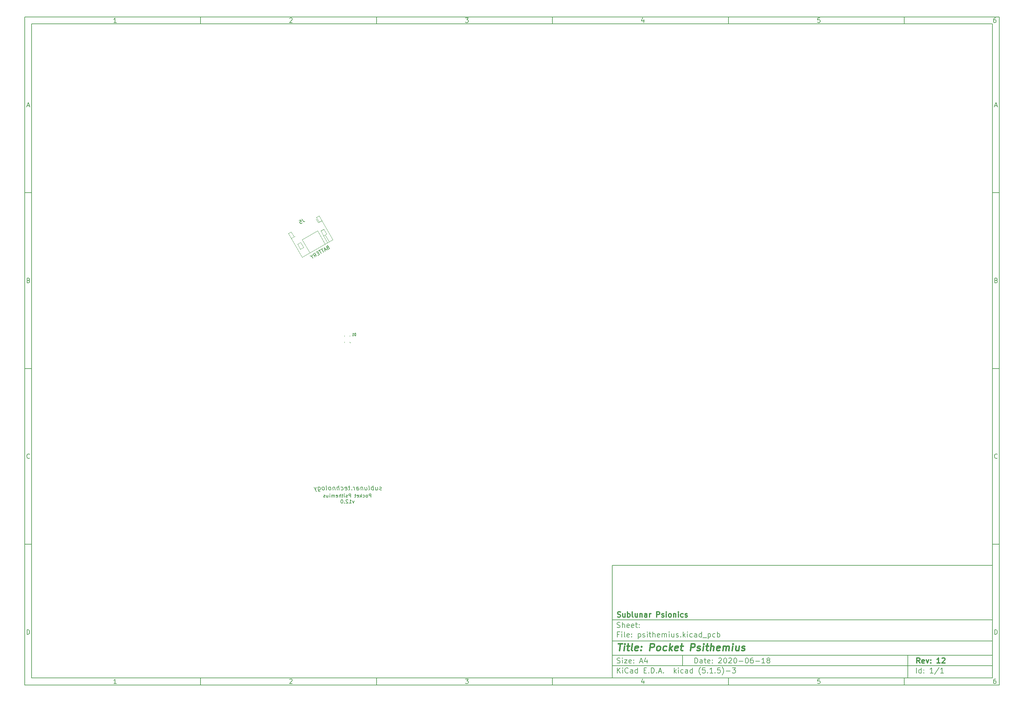
<source format=gbr>
G04 #@! TF.GenerationSoftware,KiCad,Pcbnew,(5.1.5)-3*
G04 #@! TF.CreationDate,2020-06-18T20:32:11+02:00*
G04 #@! TF.ProjectId,psithemius,70736974-6865-46d6-9975-732e6b696361,12*
G04 #@! TF.SameCoordinates,Original*
G04 #@! TF.FileFunction,Legend,Bot*
G04 #@! TF.FilePolarity,Positive*
%FSLAX46Y46*%
G04 Gerber Fmt 4.6, Leading zero omitted, Abs format (unit mm)*
G04 Created by KiCad (PCBNEW (5.1.5)-3) date 2020-06-18 20:32:11*
%MOMM*%
%LPD*%
G04 APERTURE LIST*
%ADD10C,0.100000*%
%ADD11C,0.150000*%
%ADD12C,0.300000*%
%ADD13C,0.400000*%
%ADD14C,0.200000*%
%ADD15C,0.170000*%
%ADD16C,0.120000*%
%ADD17C,0.127000*%
G04 APERTURE END LIST*
D10*
D11*
X177002200Y-166007200D02*
X177002200Y-198007200D01*
X285002200Y-198007200D01*
X285002200Y-166007200D01*
X177002200Y-166007200D01*
D10*
D11*
X10000000Y-10000000D02*
X10000000Y-200007200D01*
X287002200Y-200007200D01*
X287002200Y-10000000D01*
X10000000Y-10000000D01*
D10*
D11*
X12000000Y-12000000D02*
X12000000Y-198007200D01*
X285002200Y-198007200D01*
X285002200Y-12000000D01*
X12000000Y-12000000D01*
D10*
D11*
X60000000Y-12000000D02*
X60000000Y-10000000D01*
D10*
D11*
X110000000Y-12000000D02*
X110000000Y-10000000D01*
D10*
D11*
X160000000Y-12000000D02*
X160000000Y-10000000D01*
D10*
D11*
X210000000Y-12000000D02*
X210000000Y-10000000D01*
D10*
D11*
X260000000Y-12000000D02*
X260000000Y-10000000D01*
D10*
D11*
X36065476Y-11588095D02*
X35322619Y-11588095D01*
X35694047Y-11588095D02*
X35694047Y-10288095D01*
X35570238Y-10473809D01*
X35446428Y-10597619D01*
X35322619Y-10659523D01*
D10*
D11*
X85322619Y-10411904D02*
X85384523Y-10350000D01*
X85508333Y-10288095D01*
X85817857Y-10288095D01*
X85941666Y-10350000D01*
X86003571Y-10411904D01*
X86065476Y-10535714D01*
X86065476Y-10659523D01*
X86003571Y-10845238D01*
X85260714Y-11588095D01*
X86065476Y-11588095D01*
D10*
D11*
X135260714Y-10288095D02*
X136065476Y-10288095D01*
X135632142Y-10783333D01*
X135817857Y-10783333D01*
X135941666Y-10845238D01*
X136003571Y-10907142D01*
X136065476Y-11030952D01*
X136065476Y-11340476D01*
X136003571Y-11464285D01*
X135941666Y-11526190D01*
X135817857Y-11588095D01*
X135446428Y-11588095D01*
X135322619Y-11526190D01*
X135260714Y-11464285D01*
D10*
D11*
X185941666Y-10721428D02*
X185941666Y-11588095D01*
X185632142Y-10226190D02*
X185322619Y-11154761D01*
X186127380Y-11154761D01*
D10*
D11*
X236003571Y-10288095D02*
X235384523Y-10288095D01*
X235322619Y-10907142D01*
X235384523Y-10845238D01*
X235508333Y-10783333D01*
X235817857Y-10783333D01*
X235941666Y-10845238D01*
X236003571Y-10907142D01*
X236065476Y-11030952D01*
X236065476Y-11340476D01*
X236003571Y-11464285D01*
X235941666Y-11526190D01*
X235817857Y-11588095D01*
X235508333Y-11588095D01*
X235384523Y-11526190D01*
X235322619Y-11464285D01*
D10*
D11*
X285941666Y-10288095D02*
X285694047Y-10288095D01*
X285570238Y-10350000D01*
X285508333Y-10411904D01*
X285384523Y-10597619D01*
X285322619Y-10845238D01*
X285322619Y-11340476D01*
X285384523Y-11464285D01*
X285446428Y-11526190D01*
X285570238Y-11588095D01*
X285817857Y-11588095D01*
X285941666Y-11526190D01*
X286003571Y-11464285D01*
X286065476Y-11340476D01*
X286065476Y-11030952D01*
X286003571Y-10907142D01*
X285941666Y-10845238D01*
X285817857Y-10783333D01*
X285570238Y-10783333D01*
X285446428Y-10845238D01*
X285384523Y-10907142D01*
X285322619Y-11030952D01*
D10*
D11*
X60000000Y-198007200D02*
X60000000Y-200007200D01*
D10*
D11*
X110000000Y-198007200D02*
X110000000Y-200007200D01*
D10*
D11*
X160000000Y-198007200D02*
X160000000Y-200007200D01*
D10*
D11*
X210000000Y-198007200D02*
X210000000Y-200007200D01*
D10*
D11*
X260000000Y-198007200D02*
X260000000Y-200007200D01*
D10*
D11*
X36065476Y-199595295D02*
X35322619Y-199595295D01*
X35694047Y-199595295D02*
X35694047Y-198295295D01*
X35570238Y-198481009D01*
X35446428Y-198604819D01*
X35322619Y-198666723D01*
D10*
D11*
X85322619Y-198419104D02*
X85384523Y-198357200D01*
X85508333Y-198295295D01*
X85817857Y-198295295D01*
X85941666Y-198357200D01*
X86003571Y-198419104D01*
X86065476Y-198542914D01*
X86065476Y-198666723D01*
X86003571Y-198852438D01*
X85260714Y-199595295D01*
X86065476Y-199595295D01*
D10*
D11*
X135260714Y-198295295D02*
X136065476Y-198295295D01*
X135632142Y-198790533D01*
X135817857Y-198790533D01*
X135941666Y-198852438D01*
X136003571Y-198914342D01*
X136065476Y-199038152D01*
X136065476Y-199347676D01*
X136003571Y-199471485D01*
X135941666Y-199533390D01*
X135817857Y-199595295D01*
X135446428Y-199595295D01*
X135322619Y-199533390D01*
X135260714Y-199471485D01*
D10*
D11*
X185941666Y-198728628D02*
X185941666Y-199595295D01*
X185632142Y-198233390D02*
X185322619Y-199161961D01*
X186127380Y-199161961D01*
D10*
D11*
X236003571Y-198295295D02*
X235384523Y-198295295D01*
X235322619Y-198914342D01*
X235384523Y-198852438D01*
X235508333Y-198790533D01*
X235817857Y-198790533D01*
X235941666Y-198852438D01*
X236003571Y-198914342D01*
X236065476Y-199038152D01*
X236065476Y-199347676D01*
X236003571Y-199471485D01*
X235941666Y-199533390D01*
X235817857Y-199595295D01*
X235508333Y-199595295D01*
X235384523Y-199533390D01*
X235322619Y-199471485D01*
D10*
D11*
X285941666Y-198295295D02*
X285694047Y-198295295D01*
X285570238Y-198357200D01*
X285508333Y-198419104D01*
X285384523Y-198604819D01*
X285322619Y-198852438D01*
X285322619Y-199347676D01*
X285384523Y-199471485D01*
X285446428Y-199533390D01*
X285570238Y-199595295D01*
X285817857Y-199595295D01*
X285941666Y-199533390D01*
X286003571Y-199471485D01*
X286065476Y-199347676D01*
X286065476Y-199038152D01*
X286003571Y-198914342D01*
X285941666Y-198852438D01*
X285817857Y-198790533D01*
X285570238Y-198790533D01*
X285446428Y-198852438D01*
X285384523Y-198914342D01*
X285322619Y-199038152D01*
D10*
D11*
X10000000Y-60000000D02*
X12000000Y-60000000D01*
D10*
D11*
X10000000Y-110000000D02*
X12000000Y-110000000D01*
D10*
D11*
X10000000Y-160000000D02*
X12000000Y-160000000D01*
D10*
D11*
X10690476Y-35216666D02*
X11309523Y-35216666D01*
X10566666Y-35588095D02*
X11000000Y-34288095D01*
X11433333Y-35588095D01*
D10*
D11*
X11092857Y-84907142D02*
X11278571Y-84969047D01*
X11340476Y-85030952D01*
X11402380Y-85154761D01*
X11402380Y-85340476D01*
X11340476Y-85464285D01*
X11278571Y-85526190D01*
X11154761Y-85588095D01*
X10659523Y-85588095D01*
X10659523Y-84288095D01*
X11092857Y-84288095D01*
X11216666Y-84350000D01*
X11278571Y-84411904D01*
X11340476Y-84535714D01*
X11340476Y-84659523D01*
X11278571Y-84783333D01*
X11216666Y-84845238D01*
X11092857Y-84907142D01*
X10659523Y-84907142D01*
D10*
D11*
X11402380Y-135464285D02*
X11340476Y-135526190D01*
X11154761Y-135588095D01*
X11030952Y-135588095D01*
X10845238Y-135526190D01*
X10721428Y-135402380D01*
X10659523Y-135278571D01*
X10597619Y-135030952D01*
X10597619Y-134845238D01*
X10659523Y-134597619D01*
X10721428Y-134473809D01*
X10845238Y-134350000D01*
X11030952Y-134288095D01*
X11154761Y-134288095D01*
X11340476Y-134350000D01*
X11402380Y-134411904D01*
D10*
D11*
X10659523Y-185588095D02*
X10659523Y-184288095D01*
X10969047Y-184288095D01*
X11154761Y-184350000D01*
X11278571Y-184473809D01*
X11340476Y-184597619D01*
X11402380Y-184845238D01*
X11402380Y-185030952D01*
X11340476Y-185278571D01*
X11278571Y-185402380D01*
X11154761Y-185526190D01*
X10969047Y-185588095D01*
X10659523Y-185588095D01*
D10*
D11*
X287002200Y-60000000D02*
X285002200Y-60000000D01*
D10*
D11*
X287002200Y-110000000D02*
X285002200Y-110000000D01*
D10*
D11*
X287002200Y-160000000D02*
X285002200Y-160000000D01*
D10*
D11*
X285692676Y-35216666D02*
X286311723Y-35216666D01*
X285568866Y-35588095D02*
X286002200Y-34288095D01*
X286435533Y-35588095D01*
D10*
D11*
X286095057Y-84907142D02*
X286280771Y-84969047D01*
X286342676Y-85030952D01*
X286404580Y-85154761D01*
X286404580Y-85340476D01*
X286342676Y-85464285D01*
X286280771Y-85526190D01*
X286156961Y-85588095D01*
X285661723Y-85588095D01*
X285661723Y-84288095D01*
X286095057Y-84288095D01*
X286218866Y-84350000D01*
X286280771Y-84411904D01*
X286342676Y-84535714D01*
X286342676Y-84659523D01*
X286280771Y-84783333D01*
X286218866Y-84845238D01*
X286095057Y-84907142D01*
X285661723Y-84907142D01*
D10*
D11*
X286404580Y-135464285D02*
X286342676Y-135526190D01*
X286156961Y-135588095D01*
X286033152Y-135588095D01*
X285847438Y-135526190D01*
X285723628Y-135402380D01*
X285661723Y-135278571D01*
X285599819Y-135030952D01*
X285599819Y-134845238D01*
X285661723Y-134597619D01*
X285723628Y-134473809D01*
X285847438Y-134350000D01*
X286033152Y-134288095D01*
X286156961Y-134288095D01*
X286342676Y-134350000D01*
X286404580Y-134411904D01*
D10*
D11*
X285661723Y-185588095D02*
X285661723Y-184288095D01*
X285971247Y-184288095D01*
X286156961Y-184350000D01*
X286280771Y-184473809D01*
X286342676Y-184597619D01*
X286404580Y-184845238D01*
X286404580Y-185030952D01*
X286342676Y-185278571D01*
X286280771Y-185402380D01*
X286156961Y-185526190D01*
X285971247Y-185588095D01*
X285661723Y-185588095D01*
D10*
D11*
X200434342Y-193785771D02*
X200434342Y-192285771D01*
X200791485Y-192285771D01*
X201005771Y-192357200D01*
X201148628Y-192500057D01*
X201220057Y-192642914D01*
X201291485Y-192928628D01*
X201291485Y-193142914D01*
X201220057Y-193428628D01*
X201148628Y-193571485D01*
X201005771Y-193714342D01*
X200791485Y-193785771D01*
X200434342Y-193785771D01*
X202577200Y-193785771D02*
X202577200Y-193000057D01*
X202505771Y-192857200D01*
X202362914Y-192785771D01*
X202077200Y-192785771D01*
X201934342Y-192857200D01*
X202577200Y-193714342D02*
X202434342Y-193785771D01*
X202077200Y-193785771D01*
X201934342Y-193714342D01*
X201862914Y-193571485D01*
X201862914Y-193428628D01*
X201934342Y-193285771D01*
X202077200Y-193214342D01*
X202434342Y-193214342D01*
X202577200Y-193142914D01*
X203077200Y-192785771D02*
X203648628Y-192785771D01*
X203291485Y-192285771D02*
X203291485Y-193571485D01*
X203362914Y-193714342D01*
X203505771Y-193785771D01*
X203648628Y-193785771D01*
X204720057Y-193714342D02*
X204577200Y-193785771D01*
X204291485Y-193785771D01*
X204148628Y-193714342D01*
X204077200Y-193571485D01*
X204077200Y-193000057D01*
X204148628Y-192857200D01*
X204291485Y-192785771D01*
X204577200Y-192785771D01*
X204720057Y-192857200D01*
X204791485Y-193000057D01*
X204791485Y-193142914D01*
X204077200Y-193285771D01*
X205434342Y-193642914D02*
X205505771Y-193714342D01*
X205434342Y-193785771D01*
X205362914Y-193714342D01*
X205434342Y-193642914D01*
X205434342Y-193785771D01*
X205434342Y-192857200D02*
X205505771Y-192928628D01*
X205434342Y-193000057D01*
X205362914Y-192928628D01*
X205434342Y-192857200D01*
X205434342Y-193000057D01*
X207220057Y-192428628D02*
X207291485Y-192357200D01*
X207434342Y-192285771D01*
X207791485Y-192285771D01*
X207934342Y-192357200D01*
X208005771Y-192428628D01*
X208077200Y-192571485D01*
X208077200Y-192714342D01*
X208005771Y-192928628D01*
X207148628Y-193785771D01*
X208077200Y-193785771D01*
X209005771Y-192285771D02*
X209148628Y-192285771D01*
X209291485Y-192357200D01*
X209362914Y-192428628D01*
X209434342Y-192571485D01*
X209505771Y-192857200D01*
X209505771Y-193214342D01*
X209434342Y-193500057D01*
X209362914Y-193642914D01*
X209291485Y-193714342D01*
X209148628Y-193785771D01*
X209005771Y-193785771D01*
X208862914Y-193714342D01*
X208791485Y-193642914D01*
X208720057Y-193500057D01*
X208648628Y-193214342D01*
X208648628Y-192857200D01*
X208720057Y-192571485D01*
X208791485Y-192428628D01*
X208862914Y-192357200D01*
X209005771Y-192285771D01*
X210077200Y-192428628D02*
X210148628Y-192357200D01*
X210291485Y-192285771D01*
X210648628Y-192285771D01*
X210791485Y-192357200D01*
X210862914Y-192428628D01*
X210934342Y-192571485D01*
X210934342Y-192714342D01*
X210862914Y-192928628D01*
X210005771Y-193785771D01*
X210934342Y-193785771D01*
X211862914Y-192285771D02*
X212005771Y-192285771D01*
X212148628Y-192357200D01*
X212220057Y-192428628D01*
X212291485Y-192571485D01*
X212362914Y-192857200D01*
X212362914Y-193214342D01*
X212291485Y-193500057D01*
X212220057Y-193642914D01*
X212148628Y-193714342D01*
X212005771Y-193785771D01*
X211862914Y-193785771D01*
X211720057Y-193714342D01*
X211648628Y-193642914D01*
X211577200Y-193500057D01*
X211505771Y-193214342D01*
X211505771Y-192857200D01*
X211577200Y-192571485D01*
X211648628Y-192428628D01*
X211720057Y-192357200D01*
X211862914Y-192285771D01*
X213005771Y-193214342D02*
X214148628Y-193214342D01*
X215148628Y-192285771D02*
X215291485Y-192285771D01*
X215434342Y-192357200D01*
X215505771Y-192428628D01*
X215577200Y-192571485D01*
X215648628Y-192857200D01*
X215648628Y-193214342D01*
X215577200Y-193500057D01*
X215505771Y-193642914D01*
X215434342Y-193714342D01*
X215291485Y-193785771D01*
X215148628Y-193785771D01*
X215005771Y-193714342D01*
X214934342Y-193642914D01*
X214862914Y-193500057D01*
X214791485Y-193214342D01*
X214791485Y-192857200D01*
X214862914Y-192571485D01*
X214934342Y-192428628D01*
X215005771Y-192357200D01*
X215148628Y-192285771D01*
X216934342Y-192285771D02*
X216648628Y-192285771D01*
X216505771Y-192357200D01*
X216434342Y-192428628D01*
X216291485Y-192642914D01*
X216220057Y-192928628D01*
X216220057Y-193500057D01*
X216291485Y-193642914D01*
X216362914Y-193714342D01*
X216505771Y-193785771D01*
X216791485Y-193785771D01*
X216934342Y-193714342D01*
X217005771Y-193642914D01*
X217077200Y-193500057D01*
X217077200Y-193142914D01*
X217005771Y-193000057D01*
X216934342Y-192928628D01*
X216791485Y-192857200D01*
X216505771Y-192857200D01*
X216362914Y-192928628D01*
X216291485Y-193000057D01*
X216220057Y-193142914D01*
X217720057Y-193214342D02*
X218862914Y-193214342D01*
X220362914Y-193785771D02*
X219505771Y-193785771D01*
X219934342Y-193785771D02*
X219934342Y-192285771D01*
X219791485Y-192500057D01*
X219648628Y-192642914D01*
X219505771Y-192714342D01*
X221220057Y-192928628D02*
X221077200Y-192857200D01*
X221005771Y-192785771D01*
X220934342Y-192642914D01*
X220934342Y-192571485D01*
X221005771Y-192428628D01*
X221077200Y-192357200D01*
X221220057Y-192285771D01*
X221505771Y-192285771D01*
X221648628Y-192357200D01*
X221720057Y-192428628D01*
X221791485Y-192571485D01*
X221791485Y-192642914D01*
X221720057Y-192785771D01*
X221648628Y-192857200D01*
X221505771Y-192928628D01*
X221220057Y-192928628D01*
X221077200Y-193000057D01*
X221005771Y-193071485D01*
X220934342Y-193214342D01*
X220934342Y-193500057D01*
X221005771Y-193642914D01*
X221077200Y-193714342D01*
X221220057Y-193785771D01*
X221505771Y-193785771D01*
X221648628Y-193714342D01*
X221720057Y-193642914D01*
X221791485Y-193500057D01*
X221791485Y-193214342D01*
X221720057Y-193071485D01*
X221648628Y-193000057D01*
X221505771Y-192928628D01*
D10*
D11*
X177002200Y-194507200D02*
X285002200Y-194507200D01*
D10*
D11*
X178434342Y-196585771D02*
X178434342Y-195085771D01*
X179291485Y-196585771D02*
X178648628Y-195728628D01*
X179291485Y-195085771D02*
X178434342Y-195942914D01*
X179934342Y-196585771D02*
X179934342Y-195585771D01*
X179934342Y-195085771D02*
X179862914Y-195157200D01*
X179934342Y-195228628D01*
X180005771Y-195157200D01*
X179934342Y-195085771D01*
X179934342Y-195228628D01*
X181505771Y-196442914D02*
X181434342Y-196514342D01*
X181220057Y-196585771D01*
X181077200Y-196585771D01*
X180862914Y-196514342D01*
X180720057Y-196371485D01*
X180648628Y-196228628D01*
X180577200Y-195942914D01*
X180577200Y-195728628D01*
X180648628Y-195442914D01*
X180720057Y-195300057D01*
X180862914Y-195157200D01*
X181077200Y-195085771D01*
X181220057Y-195085771D01*
X181434342Y-195157200D01*
X181505771Y-195228628D01*
X182791485Y-196585771D02*
X182791485Y-195800057D01*
X182720057Y-195657200D01*
X182577200Y-195585771D01*
X182291485Y-195585771D01*
X182148628Y-195657200D01*
X182791485Y-196514342D02*
X182648628Y-196585771D01*
X182291485Y-196585771D01*
X182148628Y-196514342D01*
X182077200Y-196371485D01*
X182077200Y-196228628D01*
X182148628Y-196085771D01*
X182291485Y-196014342D01*
X182648628Y-196014342D01*
X182791485Y-195942914D01*
X184148628Y-196585771D02*
X184148628Y-195085771D01*
X184148628Y-196514342D02*
X184005771Y-196585771D01*
X183720057Y-196585771D01*
X183577200Y-196514342D01*
X183505771Y-196442914D01*
X183434342Y-196300057D01*
X183434342Y-195871485D01*
X183505771Y-195728628D01*
X183577200Y-195657200D01*
X183720057Y-195585771D01*
X184005771Y-195585771D01*
X184148628Y-195657200D01*
X186005771Y-195800057D02*
X186505771Y-195800057D01*
X186720057Y-196585771D02*
X186005771Y-196585771D01*
X186005771Y-195085771D01*
X186720057Y-195085771D01*
X187362914Y-196442914D02*
X187434342Y-196514342D01*
X187362914Y-196585771D01*
X187291485Y-196514342D01*
X187362914Y-196442914D01*
X187362914Y-196585771D01*
X188077200Y-196585771D02*
X188077200Y-195085771D01*
X188434342Y-195085771D01*
X188648628Y-195157200D01*
X188791485Y-195300057D01*
X188862914Y-195442914D01*
X188934342Y-195728628D01*
X188934342Y-195942914D01*
X188862914Y-196228628D01*
X188791485Y-196371485D01*
X188648628Y-196514342D01*
X188434342Y-196585771D01*
X188077200Y-196585771D01*
X189577200Y-196442914D02*
X189648628Y-196514342D01*
X189577200Y-196585771D01*
X189505771Y-196514342D01*
X189577200Y-196442914D01*
X189577200Y-196585771D01*
X190220057Y-196157200D02*
X190934342Y-196157200D01*
X190077200Y-196585771D02*
X190577200Y-195085771D01*
X191077200Y-196585771D01*
X191577200Y-196442914D02*
X191648628Y-196514342D01*
X191577200Y-196585771D01*
X191505771Y-196514342D01*
X191577200Y-196442914D01*
X191577200Y-196585771D01*
X194577200Y-196585771D02*
X194577200Y-195085771D01*
X194720057Y-196014342D02*
X195148628Y-196585771D01*
X195148628Y-195585771D02*
X194577200Y-196157200D01*
X195791485Y-196585771D02*
X195791485Y-195585771D01*
X195791485Y-195085771D02*
X195720057Y-195157200D01*
X195791485Y-195228628D01*
X195862914Y-195157200D01*
X195791485Y-195085771D01*
X195791485Y-195228628D01*
X197148628Y-196514342D02*
X197005771Y-196585771D01*
X196720057Y-196585771D01*
X196577200Y-196514342D01*
X196505771Y-196442914D01*
X196434342Y-196300057D01*
X196434342Y-195871485D01*
X196505771Y-195728628D01*
X196577200Y-195657200D01*
X196720057Y-195585771D01*
X197005771Y-195585771D01*
X197148628Y-195657200D01*
X198434342Y-196585771D02*
X198434342Y-195800057D01*
X198362914Y-195657200D01*
X198220057Y-195585771D01*
X197934342Y-195585771D01*
X197791485Y-195657200D01*
X198434342Y-196514342D02*
X198291485Y-196585771D01*
X197934342Y-196585771D01*
X197791485Y-196514342D01*
X197720057Y-196371485D01*
X197720057Y-196228628D01*
X197791485Y-196085771D01*
X197934342Y-196014342D01*
X198291485Y-196014342D01*
X198434342Y-195942914D01*
X199791485Y-196585771D02*
X199791485Y-195085771D01*
X199791485Y-196514342D02*
X199648628Y-196585771D01*
X199362914Y-196585771D01*
X199220057Y-196514342D01*
X199148628Y-196442914D01*
X199077200Y-196300057D01*
X199077200Y-195871485D01*
X199148628Y-195728628D01*
X199220057Y-195657200D01*
X199362914Y-195585771D01*
X199648628Y-195585771D01*
X199791485Y-195657200D01*
X202077200Y-197157200D02*
X202005771Y-197085771D01*
X201862914Y-196871485D01*
X201791485Y-196728628D01*
X201720057Y-196514342D01*
X201648628Y-196157200D01*
X201648628Y-195871485D01*
X201720057Y-195514342D01*
X201791485Y-195300057D01*
X201862914Y-195157200D01*
X202005771Y-194942914D01*
X202077200Y-194871485D01*
X203362914Y-195085771D02*
X202648628Y-195085771D01*
X202577200Y-195800057D01*
X202648628Y-195728628D01*
X202791485Y-195657200D01*
X203148628Y-195657200D01*
X203291485Y-195728628D01*
X203362914Y-195800057D01*
X203434342Y-195942914D01*
X203434342Y-196300057D01*
X203362914Y-196442914D01*
X203291485Y-196514342D01*
X203148628Y-196585771D01*
X202791485Y-196585771D01*
X202648628Y-196514342D01*
X202577200Y-196442914D01*
X204077200Y-196442914D02*
X204148628Y-196514342D01*
X204077200Y-196585771D01*
X204005771Y-196514342D01*
X204077200Y-196442914D01*
X204077200Y-196585771D01*
X205577200Y-196585771D02*
X204720057Y-196585771D01*
X205148628Y-196585771D02*
X205148628Y-195085771D01*
X205005771Y-195300057D01*
X204862914Y-195442914D01*
X204720057Y-195514342D01*
X206220057Y-196442914D02*
X206291485Y-196514342D01*
X206220057Y-196585771D01*
X206148628Y-196514342D01*
X206220057Y-196442914D01*
X206220057Y-196585771D01*
X207648628Y-195085771D02*
X206934342Y-195085771D01*
X206862914Y-195800057D01*
X206934342Y-195728628D01*
X207077200Y-195657200D01*
X207434342Y-195657200D01*
X207577200Y-195728628D01*
X207648628Y-195800057D01*
X207720057Y-195942914D01*
X207720057Y-196300057D01*
X207648628Y-196442914D01*
X207577200Y-196514342D01*
X207434342Y-196585771D01*
X207077200Y-196585771D01*
X206934342Y-196514342D01*
X206862914Y-196442914D01*
X208220057Y-197157200D02*
X208291485Y-197085771D01*
X208434342Y-196871485D01*
X208505771Y-196728628D01*
X208577200Y-196514342D01*
X208648628Y-196157200D01*
X208648628Y-195871485D01*
X208577200Y-195514342D01*
X208505771Y-195300057D01*
X208434342Y-195157200D01*
X208291485Y-194942914D01*
X208220057Y-194871485D01*
X209362914Y-196014342D02*
X210505771Y-196014342D01*
X211077200Y-195085771D02*
X212005771Y-195085771D01*
X211505771Y-195657200D01*
X211720057Y-195657200D01*
X211862914Y-195728628D01*
X211934342Y-195800057D01*
X212005771Y-195942914D01*
X212005771Y-196300057D01*
X211934342Y-196442914D01*
X211862914Y-196514342D01*
X211720057Y-196585771D01*
X211291485Y-196585771D01*
X211148628Y-196514342D01*
X211077200Y-196442914D01*
D10*
D11*
X177002200Y-191507200D02*
X285002200Y-191507200D01*
D10*
D12*
X264411485Y-193785771D02*
X263911485Y-193071485D01*
X263554342Y-193785771D02*
X263554342Y-192285771D01*
X264125771Y-192285771D01*
X264268628Y-192357200D01*
X264340057Y-192428628D01*
X264411485Y-192571485D01*
X264411485Y-192785771D01*
X264340057Y-192928628D01*
X264268628Y-193000057D01*
X264125771Y-193071485D01*
X263554342Y-193071485D01*
X265625771Y-193714342D02*
X265482914Y-193785771D01*
X265197200Y-193785771D01*
X265054342Y-193714342D01*
X264982914Y-193571485D01*
X264982914Y-193000057D01*
X265054342Y-192857200D01*
X265197200Y-192785771D01*
X265482914Y-192785771D01*
X265625771Y-192857200D01*
X265697200Y-193000057D01*
X265697200Y-193142914D01*
X264982914Y-193285771D01*
X266197200Y-192785771D02*
X266554342Y-193785771D01*
X266911485Y-192785771D01*
X267482914Y-193642914D02*
X267554342Y-193714342D01*
X267482914Y-193785771D01*
X267411485Y-193714342D01*
X267482914Y-193642914D01*
X267482914Y-193785771D01*
X267482914Y-192857200D02*
X267554342Y-192928628D01*
X267482914Y-193000057D01*
X267411485Y-192928628D01*
X267482914Y-192857200D01*
X267482914Y-193000057D01*
X270125771Y-193785771D02*
X269268628Y-193785771D01*
X269697200Y-193785771D02*
X269697200Y-192285771D01*
X269554342Y-192500057D01*
X269411485Y-192642914D01*
X269268628Y-192714342D01*
X270697200Y-192428628D02*
X270768628Y-192357200D01*
X270911485Y-192285771D01*
X271268628Y-192285771D01*
X271411485Y-192357200D01*
X271482914Y-192428628D01*
X271554342Y-192571485D01*
X271554342Y-192714342D01*
X271482914Y-192928628D01*
X270625771Y-193785771D01*
X271554342Y-193785771D01*
D10*
D11*
X178362914Y-193714342D02*
X178577200Y-193785771D01*
X178934342Y-193785771D01*
X179077200Y-193714342D01*
X179148628Y-193642914D01*
X179220057Y-193500057D01*
X179220057Y-193357200D01*
X179148628Y-193214342D01*
X179077200Y-193142914D01*
X178934342Y-193071485D01*
X178648628Y-193000057D01*
X178505771Y-192928628D01*
X178434342Y-192857200D01*
X178362914Y-192714342D01*
X178362914Y-192571485D01*
X178434342Y-192428628D01*
X178505771Y-192357200D01*
X178648628Y-192285771D01*
X179005771Y-192285771D01*
X179220057Y-192357200D01*
X179862914Y-193785771D02*
X179862914Y-192785771D01*
X179862914Y-192285771D02*
X179791485Y-192357200D01*
X179862914Y-192428628D01*
X179934342Y-192357200D01*
X179862914Y-192285771D01*
X179862914Y-192428628D01*
X180434342Y-192785771D02*
X181220057Y-192785771D01*
X180434342Y-193785771D01*
X181220057Y-193785771D01*
X182362914Y-193714342D02*
X182220057Y-193785771D01*
X181934342Y-193785771D01*
X181791485Y-193714342D01*
X181720057Y-193571485D01*
X181720057Y-193000057D01*
X181791485Y-192857200D01*
X181934342Y-192785771D01*
X182220057Y-192785771D01*
X182362914Y-192857200D01*
X182434342Y-193000057D01*
X182434342Y-193142914D01*
X181720057Y-193285771D01*
X183077200Y-193642914D02*
X183148628Y-193714342D01*
X183077200Y-193785771D01*
X183005771Y-193714342D01*
X183077200Y-193642914D01*
X183077200Y-193785771D01*
X183077200Y-192857200D02*
X183148628Y-192928628D01*
X183077200Y-193000057D01*
X183005771Y-192928628D01*
X183077200Y-192857200D01*
X183077200Y-193000057D01*
X184862914Y-193357200D02*
X185577200Y-193357200D01*
X184720057Y-193785771D02*
X185220057Y-192285771D01*
X185720057Y-193785771D01*
X186862914Y-192785771D02*
X186862914Y-193785771D01*
X186505771Y-192214342D02*
X186148628Y-193285771D01*
X187077200Y-193285771D01*
D10*
D11*
X263434342Y-196585771D02*
X263434342Y-195085771D01*
X264791485Y-196585771D02*
X264791485Y-195085771D01*
X264791485Y-196514342D02*
X264648628Y-196585771D01*
X264362914Y-196585771D01*
X264220057Y-196514342D01*
X264148628Y-196442914D01*
X264077200Y-196300057D01*
X264077200Y-195871485D01*
X264148628Y-195728628D01*
X264220057Y-195657200D01*
X264362914Y-195585771D01*
X264648628Y-195585771D01*
X264791485Y-195657200D01*
X265505771Y-196442914D02*
X265577200Y-196514342D01*
X265505771Y-196585771D01*
X265434342Y-196514342D01*
X265505771Y-196442914D01*
X265505771Y-196585771D01*
X265505771Y-195657200D02*
X265577200Y-195728628D01*
X265505771Y-195800057D01*
X265434342Y-195728628D01*
X265505771Y-195657200D01*
X265505771Y-195800057D01*
X268148628Y-196585771D02*
X267291485Y-196585771D01*
X267720057Y-196585771D02*
X267720057Y-195085771D01*
X267577200Y-195300057D01*
X267434342Y-195442914D01*
X267291485Y-195514342D01*
X269862914Y-195014342D02*
X268577200Y-196942914D01*
X271148628Y-196585771D02*
X270291485Y-196585771D01*
X270720057Y-196585771D02*
X270720057Y-195085771D01*
X270577200Y-195300057D01*
X270434342Y-195442914D01*
X270291485Y-195514342D01*
D10*
D11*
X177002200Y-187507200D02*
X285002200Y-187507200D01*
D10*
D13*
X178714580Y-188211961D02*
X179857438Y-188211961D01*
X179036009Y-190211961D02*
X179286009Y-188211961D01*
X180274104Y-190211961D02*
X180440771Y-188878628D01*
X180524104Y-188211961D02*
X180416961Y-188307200D01*
X180500295Y-188402438D01*
X180607438Y-188307200D01*
X180524104Y-188211961D01*
X180500295Y-188402438D01*
X181107438Y-188878628D02*
X181869342Y-188878628D01*
X181476485Y-188211961D02*
X181262200Y-189926247D01*
X181333628Y-190116723D01*
X181512200Y-190211961D01*
X181702676Y-190211961D01*
X182655057Y-190211961D02*
X182476485Y-190116723D01*
X182405057Y-189926247D01*
X182619342Y-188211961D01*
X184190771Y-190116723D02*
X183988390Y-190211961D01*
X183607438Y-190211961D01*
X183428866Y-190116723D01*
X183357438Y-189926247D01*
X183452676Y-189164342D01*
X183571723Y-188973866D01*
X183774104Y-188878628D01*
X184155057Y-188878628D01*
X184333628Y-188973866D01*
X184405057Y-189164342D01*
X184381247Y-189354819D01*
X183405057Y-189545295D01*
X185155057Y-190021485D02*
X185238390Y-190116723D01*
X185131247Y-190211961D01*
X185047914Y-190116723D01*
X185155057Y-190021485D01*
X185131247Y-190211961D01*
X185286009Y-188973866D02*
X185369342Y-189069104D01*
X185262200Y-189164342D01*
X185178866Y-189069104D01*
X185286009Y-188973866D01*
X185262200Y-189164342D01*
X187607438Y-190211961D02*
X187857438Y-188211961D01*
X188619342Y-188211961D01*
X188797914Y-188307200D01*
X188881247Y-188402438D01*
X188952676Y-188592914D01*
X188916961Y-188878628D01*
X188797914Y-189069104D01*
X188690771Y-189164342D01*
X188488390Y-189259580D01*
X187726485Y-189259580D01*
X189893152Y-190211961D02*
X189714580Y-190116723D01*
X189631247Y-190021485D01*
X189559819Y-189831009D01*
X189631247Y-189259580D01*
X189750295Y-189069104D01*
X189857438Y-188973866D01*
X190059819Y-188878628D01*
X190345533Y-188878628D01*
X190524104Y-188973866D01*
X190607438Y-189069104D01*
X190678866Y-189259580D01*
X190607438Y-189831009D01*
X190488390Y-190021485D01*
X190381247Y-190116723D01*
X190178866Y-190211961D01*
X189893152Y-190211961D01*
X192286009Y-190116723D02*
X192083628Y-190211961D01*
X191702676Y-190211961D01*
X191524104Y-190116723D01*
X191440771Y-190021485D01*
X191369342Y-189831009D01*
X191440771Y-189259580D01*
X191559819Y-189069104D01*
X191666961Y-188973866D01*
X191869342Y-188878628D01*
X192250295Y-188878628D01*
X192428866Y-188973866D01*
X193131247Y-190211961D02*
X193381247Y-188211961D01*
X193416961Y-189450057D02*
X193893152Y-190211961D01*
X194059819Y-188878628D02*
X193202676Y-189640533D01*
X195524104Y-190116723D02*
X195321723Y-190211961D01*
X194940771Y-190211961D01*
X194762200Y-190116723D01*
X194690771Y-189926247D01*
X194786009Y-189164342D01*
X194905057Y-188973866D01*
X195107438Y-188878628D01*
X195488390Y-188878628D01*
X195666961Y-188973866D01*
X195738390Y-189164342D01*
X195714580Y-189354819D01*
X194738390Y-189545295D01*
X196345533Y-188878628D02*
X197107438Y-188878628D01*
X196714580Y-188211961D02*
X196500295Y-189926247D01*
X196571723Y-190116723D01*
X196750295Y-190211961D01*
X196940771Y-190211961D01*
X199131247Y-190211961D02*
X199381247Y-188211961D01*
X200143152Y-188211961D01*
X200321723Y-188307200D01*
X200405057Y-188402438D01*
X200476485Y-188592914D01*
X200440771Y-188878628D01*
X200321723Y-189069104D01*
X200214580Y-189164342D01*
X200012200Y-189259580D01*
X199250295Y-189259580D01*
X201047914Y-190116723D02*
X201226485Y-190211961D01*
X201607438Y-190211961D01*
X201809819Y-190116723D01*
X201928866Y-189926247D01*
X201940771Y-189831009D01*
X201869342Y-189640533D01*
X201690771Y-189545295D01*
X201405057Y-189545295D01*
X201226485Y-189450057D01*
X201155057Y-189259580D01*
X201166961Y-189164342D01*
X201286009Y-188973866D01*
X201488390Y-188878628D01*
X201774104Y-188878628D01*
X201952676Y-188973866D01*
X202750295Y-190211961D02*
X202916961Y-188878628D01*
X203000295Y-188211961D02*
X202893152Y-188307200D01*
X202976485Y-188402438D01*
X203083628Y-188307200D01*
X203000295Y-188211961D01*
X202976485Y-188402438D01*
X203583628Y-188878628D02*
X204345533Y-188878628D01*
X203952676Y-188211961D02*
X203738390Y-189926247D01*
X203809819Y-190116723D01*
X203988390Y-190211961D01*
X204178866Y-190211961D01*
X204845533Y-190211961D02*
X205095533Y-188211961D01*
X205702676Y-190211961D02*
X205833628Y-189164342D01*
X205762200Y-188973866D01*
X205583628Y-188878628D01*
X205297914Y-188878628D01*
X205095533Y-188973866D01*
X204988390Y-189069104D01*
X207428866Y-190116723D02*
X207226485Y-190211961D01*
X206845533Y-190211961D01*
X206666961Y-190116723D01*
X206595533Y-189926247D01*
X206690771Y-189164342D01*
X206809819Y-188973866D01*
X207012200Y-188878628D01*
X207393152Y-188878628D01*
X207571723Y-188973866D01*
X207643152Y-189164342D01*
X207619342Y-189354819D01*
X206643152Y-189545295D01*
X208369342Y-190211961D02*
X208536009Y-188878628D01*
X208512200Y-189069104D02*
X208619342Y-188973866D01*
X208821723Y-188878628D01*
X209107438Y-188878628D01*
X209286009Y-188973866D01*
X209357438Y-189164342D01*
X209226485Y-190211961D01*
X209357438Y-189164342D02*
X209476485Y-188973866D01*
X209678866Y-188878628D01*
X209964580Y-188878628D01*
X210143152Y-188973866D01*
X210214580Y-189164342D01*
X210083628Y-190211961D01*
X211036009Y-190211961D02*
X211202676Y-188878628D01*
X211286009Y-188211961D02*
X211178866Y-188307200D01*
X211262200Y-188402438D01*
X211369342Y-188307200D01*
X211286009Y-188211961D01*
X211262200Y-188402438D01*
X213012200Y-188878628D02*
X212845533Y-190211961D01*
X212155057Y-188878628D02*
X212024104Y-189926247D01*
X212095533Y-190116723D01*
X212274104Y-190211961D01*
X212559819Y-190211961D01*
X212762200Y-190116723D01*
X212869342Y-190021485D01*
X213714580Y-190116723D02*
X213893152Y-190211961D01*
X214274104Y-190211961D01*
X214476485Y-190116723D01*
X214595533Y-189926247D01*
X214607438Y-189831009D01*
X214536009Y-189640533D01*
X214357438Y-189545295D01*
X214071723Y-189545295D01*
X213893152Y-189450057D01*
X213821723Y-189259580D01*
X213833628Y-189164342D01*
X213952676Y-188973866D01*
X214155057Y-188878628D01*
X214440771Y-188878628D01*
X214619342Y-188973866D01*
D10*
D11*
X178934342Y-185600057D02*
X178434342Y-185600057D01*
X178434342Y-186385771D02*
X178434342Y-184885771D01*
X179148628Y-184885771D01*
X179720057Y-186385771D02*
X179720057Y-185385771D01*
X179720057Y-184885771D02*
X179648628Y-184957200D01*
X179720057Y-185028628D01*
X179791485Y-184957200D01*
X179720057Y-184885771D01*
X179720057Y-185028628D01*
X180648628Y-186385771D02*
X180505771Y-186314342D01*
X180434342Y-186171485D01*
X180434342Y-184885771D01*
X181791485Y-186314342D02*
X181648628Y-186385771D01*
X181362914Y-186385771D01*
X181220057Y-186314342D01*
X181148628Y-186171485D01*
X181148628Y-185600057D01*
X181220057Y-185457200D01*
X181362914Y-185385771D01*
X181648628Y-185385771D01*
X181791485Y-185457200D01*
X181862914Y-185600057D01*
X181862914Y-185742914D01*
X181148628Y-185885771D01*
X182505771Y-186242914D02*
X182577200Y-186314342D01*
X182505771Y-186385771D01*
X182434342Y-186314342D01*
X182505771Y-186242914D01*
X182505771Y-186385771D01*
X182505771Y-185457200D02*
X182577200Y-185528628D01*
X182505771Y-185600057D01*
X182434342Y-185528628D01*
X182505771Y-185457200D01*
X182505771Y-185600057D01*
X184362914Y-185385771D02*
X184362914Y-186885771D01*
X184362914Y-185457200D02*
X184505771Y-185385771D01*
X184791485Y-185385771D01*
X184934342Y-185457200D01*
X185005771Y-185528628D01*
X185077200Y-185671485D01*
X185077200Y-186100057D01*
X185005771Y-186242914D01*
X184934342Y-186314342D01*
X184791485Y-186385771D01*
X184505771Y-186385771D01*
X184362914Y-186314342D01*
X185648628Y-186314342D02*
X185791485Y-186385771D01*
X186077200Y-186385771D01*
X186220057Y-186314342D01*
X186291485Y-186171485D01*
X186291485Y-186100057D01*
X186220057Y-185957200D01*
X186077200Y-185885771D01*
X185862914Y-185885771D01*
X185720057Y-185814342D01*
X185648628Y-185671485D01*
X185648628Y-185600057D01*
X185720057Y-185457200D01*
X185862914Y-185385771D01*
X186077200Y-185385771D01*
X186220057Y-185457200D01*
X186934342Y-186385771D02*
X186934342Y-185385771D01*
X186934342Y-184885771D02*
X186862914Y-184957200D01*
X186934342Y-185028628D01*
X187005771Y-184957200D01*
X186934342Y-184885771D01*
X186934342Y-185028628D01*
X187434342Y-185385771D02*
X188005771Y-185385771D01*
X187648628Y-184885771D02*
X187648628Y-186171485D01*
X187720057Y-186314342D01*
X187862914Y-186385771D01*
X188005771Y-186385771D01*
X188505771Y-186385771D02*
X188505771Y-184885771D01*
X189148628Y-186385771D02*
X189148628Y-185600057D01*
X189077200Y-185457200D01*
X188934342Y-185385771D01*
X188720057Y-185385771D01*
X188577200Y-185457200D01*
X188505771Y-185528628D01*
X190434342Y-186314342D02*
X190291485Y-186385771D01*
X190005771Y-186385771D01*
X189862914Y-186314342D01*
X189791485Y-186171485D01*
X189791485Y-185600057D01*
X189862914Y-185457200D01*
X190005771Y-185385771D01*
X190291485Y-185385771D01*
X190434342Y-185457200D01*
X190505771Y-185600057D01*
X190505771Y-185742914D01*
X189791485Y-185885771D01*
X191148628Y-186385771D02*
X191148628Y-185385771D01*
X191148628Y-185528628D02*
X191220057Y-185457200D01*
X191362914Y-185385771D01*
X191577200Y-185385771D01*
X191720057Y-185457200D01*
X191791485Y-185600057D01*
X191791485Y-186385771D01*
X191791485Y-185600057D02*
X191862914Y-185457200D01*
X192005771Y-185385771D01*
X192220057Y-185385771D01*
X192362914Y-185457200D01*
X192434342Y-185600057D01*
X192434342Y-186385771D01*
X193148628Y-186385771D02*
X193148628Y-185385771D01*
X193148628Y-184885771D02*
X193077200Y-184957200D01*
X193148628Y-185028628D01*
X193220057Y-184957200D01*
X193148628Y-184885771D01*
X193148628Y-185028628D01*
X194505771Y-185385771D02*
X194505771Y-186385771D01*
X193862914Y-185385771D02*
X193862914Y-186171485D01*
X193934342Y-186314342D01*
X194077200Y-186385771D01*
X194291485Y-186385771D01*
X194434342Y-186314342D01*
X194505771Y-186242914D01*
X195148628Y-186314342D02*
X195291485Y-186385771D01*
X195577200Y-186385771D01*
X195720057Y-186314342D01*
X195791485Y-186171485D01*
X195791485Y-186100057D01*
X195720057Y-185957200D01*
X195577200Y-185885771D01*
X195362914Y-185885771D01*
X195220057Y-185814342D01*
X195148628Y-185671485D01*
X195148628Y-185600057D01*
X195220057Y-185457200D01*
X195362914Y-185385771D01*
X195577200Y-185385771D01*
X195720057Y-185457200D01*
X196434342Y-186242914D02*
X196505771Y-186314342D01*
X196434342Y-186385771D01*
X196362914Y-186314342D01*
X196434342Y-186242914D01*
X196434342Y-186385771D01*
X197148628Y-186385771D02*
X197148628Y-184885771D01*
X197291485Y-185814342D02*
X197720057Y-186385771D01*
X197720057Y-185385771D02*
X197148628Y-185957200D01*
X198362914Y-186385771D02*
X198362914Y-185385771D01*
X198362914Y-184885771D02*
X198291485Y-184957200D01*
X198362914Y-185028628D01*
X198434342Y-184957200D01*
X198362914Y-184885771D01*
X198362914Y-185028628D01*
X199720057Y-186314342D02*
X199577200Y-186385771D01*
X199291485Y-186385771D01*
X199148628Y-186314342D01*
X199077200Y-186242914D01*
X199005771Y-186100057D01*
X199005771Y-185671485D01*
X199077200Y-185528628D01*
X199148628Y-185457200D01*
X199291485Y-185385771D01*
X199577200Y-185385771D01*
X199720057Y-185457200D01*
X201005771Y-186385771D02*
X201005771Y-185600057D01*
X200934342Y-185457200D01*
X200791485Y-185385771D01*
X200505771Y-185385771D01*
X200362914Y-185457200D01*
X201005771Y-186314342D02*
X200862914Y-186385771D01*
X200505771Y-186385771D01*
X200362914Y-186314342D01*
X200291485Y-186171485D01*
X200291485Y-186028628D01*
X200362914Y-185885771D01*
X200505771Y-185814342D01*
X200862914Y-185814342D01*
X201005771Y-185742914D01*
X202362914Y-186385771D02*
X202362914Y-184885771D01*
X202362914Y-186314342D02*
X202220057Y-186385771D01*
X201934342Y-186385771D01*
X201791485Y-186314342D01*
X201720057Y-186242914D01*
X201648628Y-186100057D01*
X201648628Y-185671485D01*
X201720057Y-185528628D01*
X201791485Y-185457200D01*
X201934342Y-185385771D01*
X202220057Y-185385771D01*
X202362914Y-185457200D01*
X202720057Y-186528628D02*
X203862914Y-186528628D01*
X204220057Y-185385771D02*
X204220057Y-186885771D01*
X204220057Y-185457200D02*
X204362914Y-185385771D01*
X204648628Y-185385771D01*
X204791485Y-185457200D01*
X204862914Y-185528628D01*
X204934342Y-185671485D01*
X204934342Y-186100057D01*
X204862914Y-186242914D01*
X204791485Y-186314342D01*
X204648628Y-186385771D01*
X204362914Y-186385771D01*
X204220057Y-186314342D01*
X206220057Y-186314342D02*
X206077200Y-186385771D01*
X205791485Y-186385771D01*
X205648628Y-186314342D01*
X205577200Y-186242914D01*
X205505771Y-186100057D01*
X205505771Y-185671485D01*
X205577200Y-185528628D01*
X205648628Y-185457200D01*
X205791485Y-185385771D01*
X206077200Y-185385771D01*
X206220057Y-185457200D01*
X206862914Y-186385771D02*
X206862914Y-184885771D01*
X206862914Y-185457200D02*
X207005771Y-185385771D01*
X207291485Y-185385771D01*
X207434342Y-185457200D01*
X207505771Y-185528628D01*
X207577200Y-185671485D01*
X207577200Y-186100057D01*
X207505771Y-186242914D01*
X207434342Y-186314342D01*
X207291485Y-186385771D01*
X207005771Y-186385771D01*
X206862914Y-186314342D01*
D10*
D11*
X177002200Y-181507200D02*
X285002200Y-181507200D01*
D10*
D11*
X178362914Y-183614342D02*
X178577200Y-183685771D01*
X178934342Y-183685771D01*
X179077200Y-183614342D01*
X179148628Y-183542914D01*
X179220057Y-183400057D01*
X179220057Y-183257200D01*
X179148628Y-183114342D01*
X179077200Y-183042914D01*
X178934342Y-182971485D01*
X178648628Y-182900057D01*
X178505771Y-182828628D01*
X178434342Y-182757200D01*
X178362914Y-182614342D01*
X178362914Y-182471485D01*
X178434342Y-182328628D01*
X178505771Y-182257200D01*
X178648628Y-182185771D01*
X179005771Y-182185771D01*
X179220057Y-182257200D01*
X179862914Y-183685771D02*
X179862914Y-182185771D01*
X180505771Y-183685771D02*
X180505771Y-182900057D01*
X180434342Y-182757200D01*
X180291485Y-182685771D01*
X180077200Y-182685771D01*
X179934342Y-182757200D01*
X179862914Y-182828628D01*
X181791485Y-183614342D02*
X181648628Y-183685771D01*
X181362914Y-183685771D01*
X181220057Y-183614342D01*
X181148628Y-183471485D01*
X181148628Y-182900057D01*
X181220057Y-182757200D01*
X181362914Y-182685771D01*
X181648628Y-182685771D01*
X181791485Y-182757200D01*
X181862914Y-182900057D01*
X181862914Y-183042914D01*
X181148628Y-183185771D01*
X183077200Y-183614342D02*
X182934342Y-183685771D01*
X182648628Y-183685771D01*
X182505771Y-183614342D01*
X182434342Y-183471485D01*
X182434342Y-182900057D01*
X182505771Y-182757200D01*
X182648628Y-182685771D01*
X182934342Y-182685771D01*
X183077200Y-182757200D01*
X183148628Y-182900057D01*
X183148628Y-183042914D01*
X182434342Y-183185771D01*
X183577200Y-182685771D02*
X184148628Y-182685771D01*
X183791485Y-182185771D02*
X183791485Y-183471485D01*
X183862914Y-183614342D01*
X184005771Y-183685771D01*
X184148628Y-183685771D01*
X184648628Y-183542914D02*
X184720057Y-183614342D01*
X184648628Y-183685771D01*
X184577200Y-183614342D01*
X184648628Y-183542914D01*
X184648628Y-183685771D01*
X184648628Y-182757200D02*
X184720057Y-182828628D01*
X184648628Y-182900057D01*
X184577200Y-182828628D01*
X184648628Y-182757200D01*
X184648628Y-182900057D01*
D10*
D12*
X178482914Y-180614342D02*
X178697200Y-180685771D01*
X179054342Y-180685771D01*
X179197200Y-180614342D01*
X179268628Y-180542914D01*
X179340057Y-180400057D01*
X179340057Y-180257200D01*
X179268628Y-180114342D01*
X179197200Y-180042914D01*
X179054342Y-179971485D01*
X178768628Y-179900057D01*
X178625771Y-179828628D01*
X178554342Y-179757200D01*
X178482914Y-179614342D01*
X178482914Y-179471485D01*
X178554342Y-179328628D01*
X178625771Y-179257200D01*
X178768628Y-179185771D01*
X179125771Y-179185771D01*
X179340057Y-179257200D01*
X180625771Y-179685771D02*
X180625771Y-180685771D01*
X179982914Y-179685771D02*
X179982914Y-180471485D01*
X180054342Y-180614342D01*
X180197200Y-180685771D01*
X180411485Y-180685771D01*
X180554342Y-180614342D01*
X180625771Y-180542914D01*
X181340057Y-180685771D02*
X181340057Y-179185771D01*
X181340057Y-179757200D02*
X181482914Y-179685771D01*
X181768628Y-179685771D01*
X181911485Y-179757200D01*
X181982914Y-179828628D01*
X182054342Y-179971485D01*
X182054342Y-180400057D01*
X181982914Y-180542914D01*
X181911485Y-180614342D01*
X181768628Y-180685771D01*
X181482914Y-180685771D01*
X181340057Y-180614342D01*
X182911485Y-180685771D02*
X182768628Y-180614342D01*
X182697200Y-180471485D01*
X182697200Y-179185771D01*
X184125771Y-179685771D02*
X184125771Y-180685771D01*
X183482914Y-179685771D02*
X183482914Y-180471485D01*
X183554342Y-180614342D01*
X183697200Y-180685771D01*
X183911485Y-180685771D01*
X184054342Y-180614342D01*
X184125771Y-180542914D01*
X184840057Y-179685771D02*
X184840057Y-180685771D01*
X184840057Y-179828628D02*
X184911485Y-179757200D01*
X185054342Y-179685771D01*
X185268628Y-179685771D01*
X185411485Y-179757200D01*
X185482914Y-179900057D01*
X185482914Y-180685771D01*
X186840057Y-180685771D02*
X186840057Y-179900057D01*
X186768628Y-179757200D01*
X186625771Y-179685771D01*
X186340057Y-179685771D01*
X186197200Y-179757200D01*
X186840057Y-180614342D02*
X186697200Y-180685771D01*
X186340057Y-180685771D01*
X186197200Y-180614342D01*
X186125771Y-180471485D01*
X186125771Y-180328628D01*
X186197200Y-180185771D01*
X186340057Y-180114342D01*
X186697200Y-180114342D01*
X186840057Y-180042914D01*
X187554342Y-180685771D02*
X187554342Y-179685771D01*
X187554342Y-179971485D02*
X187625771Y-179828628D01*
X187697200Y-179757200D01*
X187840057Y-179685771D01*
X187982914Y-179685771D01*
X189625771Y-180685771D02*
X189625771Y-179185771D01*
X190197200Y-179185771D01*
X190340057Y-179257200D01*
X190411485Y-179328628D01*
X190482914Y-179471485D01*
X190482914Y-179685771D01*
X190411485Y-179828628D01*
X190340057Y-179900057D01*
X190197200Y-179971485D01*
X189625771Y-179971485D01*
X191054342Y-180614342D02*
X191197200Y-180685771D01*
X191482914Y-180685771D01*
X191625771Y-180614342D01*
X191697200Y-180471485D01*
X191697200Y-180400057D01*
X191625771Y-180257200D01*
X191482914Y-180185771D01*
X191268628Y-180185771D01*
X191125771Y-180114342D01*
X191054342Y-179971485D01*
X191054342Y-179900057D01*
X191125771Y-179757200D01*
X191268628Y-179685771D01*
X191482914Y-179685771D01*
X191625771Y-179757200D01*
X192340057Y-180685771D02*
X192340057Y-179685771D01*
X192340057Y-179185771D02*
X192268628Y-179257200D01*
X192340057Y-179328628D01*
X192411485Y-179257200D01*
X192340057Y-179185771D01*
X192340057Y-179328628D01*
X193268628Y-180685771D02*
X193125771Y-180614342D01*
X193054342Y-180542914D01*
X192982914Y-180400057D01*
X192982914Y-179971485D01*
X193054342Y-179828628D01*
X193125771Y-179757200D01*
X193268628Y-179685771D01*
X193482914Y-179685771D01*
X193625771Y-179757200D01*
X193697200Y-179828628D01*
X193768628Y-179971485D01*
X193768628Y-180400057D01*
X193697200Y-180542914D01*
X193625771Y-180614342D01*
X193482914Y-180685771D01*
X193268628Y-180685771D01*
X194411485Y-179685771D02*
X194411485Y-180685771D01*
X194411485Y-179828628D02*
X194482914Y-179757200D01*
X194625771Y-179685771D01*
X194840057Y-179685771D01*
X194982914Y-179757200D01*
X195054342Y-179900057D01*
X195054342Y-180685771D01*
X195768628Y-180685771D02*
X195768628Y-179685771D01*
X195768628Y-179185771D02*
X195697200Y-179257200D01*
X195768628Y-179328628D01*
X195840057Y-179257200D01*
X195768628Y-179185771D01*
X195768628Y-179328628D01*
X197125771Y-180614342D02*
X196982914Y-180685771D01*
X196697200Y-180685771D01*
X196554342Y-180614342D01*
X196482914Y-180542914D01*
X196411485Y-180400057D01*
X196411485Y-179971485D01*
X196482914Y-179828628D01*
X196554342Y-179757200D01*
X196697200Y-179685771D01*
X196982914Y-179685771D01*
X197125771Y-179757200D01*
X197697200Y-180614342D02*
X197840057Y-180685771D01*
X198125771Y-180685771D01*
X198268628Y-180614342D01*
X198340057Y-180471485D01*
X198340057Y-180400057D01*
X198268628Y-180257200D01*
X198125771Y-180185771D01*
X197911485Y-180185771D01*
X197768628Y-180114342D01*
X197697200Y-179971485D01*
X197697200Y-179900057D01*
X197768628Y-179757200D01*
X197911485Y-179685771D01*
X198125771Y-179685771D01*
X198268628Y-179757200D01*
D10*
D11*
X197002200Y-191507200D02*
X197002200Y-194507200D01*
D10*
D11*
X261002200Y-191507200D02*
X261002200Y-198007200D01*
D14*
X111446482Y-144480690D02*
X111330410Y-144542595D01*
X111082791Y-144542595D01*
X110951244Y-144480690D01*
X110873863Y-144356880D01*
X110866125Y-144294976D01*
X110912553Y-144171166D01*
X111028625Y-144109261D01*
X111214339Y-144109261D01*
X111330410Y-144047357D01*
X111376839Y-143923547D01*
X111369101Y-143861642D01*
X111291720Y-143737833D01*
X111160172Y-143675928D01*
X110974458Y-143675928D01*
X110858386Y-143737833D01*
X109674458Y-143675928D02*
X109782791Y-144542595D01*
X110231601Y-143675928D02*
X110316720Y-144356880D01*
X110270291Y-144480690D01*
X110154220Y-144542595D01*
X109968505Y-144542595D01*
X109836958Y-144480690D01*
X109767315Y-144418785D01*
X109163744Y-144542595D02*
X109001244Y-143242595D01*
X109063148Y-143737833D02*
X108931601Y-143675928D01*
X108683982Y-143675928D01*
X108567910Y-143737833D01*
X108513744Y-143799738D01*
X108467315Y-143923547D01*
X108513744Y-144294976D01*
X108591125Y-144418785D01*
X108660767Y-144480690D01*
X108792315Y-144542595D01*
X109039934Y-144542595D01*
X109156005Y-144480690D01*
X107801839Y-144542595D02*
X107917910Y-144480690D01*
X107964339Y-144356880D01*
X107825053Y-143242595D01*
X106641125Y-143675928D02*
X106749458Y-144542595D01*
X107198267Y-143675928D02*
X107283386Y-144356880D01*
X107236958Y-144480690D01*
X107120886Y-144542595D01*
X106935172Y-144542595D01*
X106803625Y-144480690D01*
X106733982Y-144418785D01*
X106022077Y-143675928D02*
X106130410Y-144542595D01*
X106037553Y-143799738D02*
X105967910Y-143737833D01*
X105836363Y-143675928D01*
X105650648Y-143675928D01*
X105534577Y-143737833D01*
X105488148Y-143861642D01*
X105573267Y-144542595D01*
X104397077Y-144542595D02*
X104311958Y-143861642D01*
X104358386Y-143737833D01*
X104474458Y-143675928D01*
X104722077Y-143675928D01*
X104853625Y-143737833D01*
X104389339Y-144480690D02*
X104520886Y-144542595D01*
X104830410Y-144542595D01*
X104946482Y-144480690D01*
X104992910Y-144356880D01*
X104977434Y-144233071D01*
X104900053Y-144109261D01*
X104768505Y-144047357D01*
X104458982Y-144047357D01*
X104327434Y-143985452D01*
X103778029Y-144542595D02*
X103669696Y-143675928D01*
X103700648Y-143923547D02*
X103623267Y-143799738D01*
X103553625Y-143737833D01*
X103422077Y-143675928D01*
X103298267Y-143675928D01*
X102957791Y-144418785D02*
X102903625Y-144480690D01*
X102973267Y-144542595D01*
X103027434Y-144480690D01*
X102957791Y-144418785D01*
X102973267Y-144542595D01*
X102431601Y-143675928D02*
X101936363Y-143675928D01*
X102191720Y-143242595D02*
X102331005Y-144356880D01*
X102284577Y-144480690D01*
X102168505Y-144542595D01*
X102044696Y-144542595D01*
X101108386Y-144480690D02*
X101239934Y-144542595D01*
X101487553Y-144542595D01*
X101603625Y-144480690D01*
X101650053Y-144356880D01*
X101588148Y-143861642D01*
X101510767Y-143737833D01*
X101379220Y-143675928D01*
X101131601Y-143675928D01*
X101015529Y-143737833D01*
X100969101Y-143861642D01*
X100984577Y-143985452D01*
X101619101Y-144109261D01*
X99932196Y-144480690D02*
X100063744Y-144542595D01*
X100311363Y-144542595D01*
X100427434Y-144480690D01*
X100481601Y-144418785D01*
X100528029Y-144294976D01*
X100481601Y-143923547D01*
X100404220Y-143799738D01*
X100334577Y-143737833D01*
X100203029Y-143675928D01*
X99955410Y-143675928D01*
X99839339Y-143737833D01*
X99382791Y-144542595D02*
X99220291Y-143242595D01*
X98825648Y-144542595D02*
X98740529Y-143861642D01*
X98786958Y-143737833D01*
X98903029Y-143675928D01*
X99088744Y-143675928D01*
X99220291Y-143737833D01*
X99289934Y-143799738D01*
X98098267Y-143675928D02*
X98206601Y-144542595D01*
X98113744Y-143799738D02*
X98044101Y-143737833D01*
X97912553Y-143675928D01*
X97726839Y-143675928D01*
X97610767Y-143737833D01*
X97564339Y-143861642D01*
X97649458Y-144542595D01*
X96844696Y-144542595D02*
X96960767Y-144480690D01*
X97014934Y-144418785D01*
X97061363Y-144294976D01*
X97014934Y-143923547D01*
X96937553Y-143799738D01*
X96867910Y-143737833D01*
X96736363Y-143675928D01*
X96550648Y-143675928D01*
X96434577Y-143737833D01*
X96380410Y-143799738D01*
X96333982Y-143923547D01*
X96380410Y-144294976D01*
X96457791Y-144418785D01*
X96527434Y-144480690D01*
X96658982Y-144542595D01*
X96844696Y-144542595D01*
X95668505Y-144542595D02*
X95784577Y-144480690D01*
X95831005Y-144356880D01*
X95691720Y-143242595D01*
X94987553Y-144542595D02*
X95103625Y-144480690D01*
X95157791Y-144418785D01*
X95204220Y-144294976D01*
X95157791Y-143923547D01*
X95080410Y-143799738D01*
X95010767Y-143737833D01*
X94879220Y-143675928D01*
X94693505Y-143675928D01*
X94577434Y-143737833D01*
X94523267Y-143799738D01*
X94476839Y-143923547D01*
X94523267Y-144294976D01*
X94600648Y-144418785D01*
X94670291Y-144480690D01*
X94801839Y-144542595D01*
X94987553Y-144542595D01*
X93331601Y-143675928D02*
X93463148Y-144728309D01*
X93540529Y-144852119D01*
X93610172Y-144914023D01*
X93741720Y-144975928D01*
X93927434Y-144975928D01*
X94043505Y-144914023D01*
X93432196Y-144480690D02*
X93563744Y-144542595D01*
X93811363Y-144542595D01*
X93927434Y-144480690D01*
X93981601Y-144418785D01*
X94028029Y-144294976D01*
X93981601Y-143923547D01*
X93904220Y-143799738D01*
X93834577Y-143737833D01*
X93703029Y-143675928D01*
X93455410Y-143675928D01*
X93339339Y-143737833D01*
X92836363Y-143675928D02*
X92635172Y-144542595D01*
X92217315Y-143675928D02*
X92635172Y-144542595D01*
X92797672Y-144852119D01*
X92867315Y-144914023D01*
X92998863Y-144975928D01*
D15*
X108441285Y-146619880D02*
X108441285Y-145619880D01*
X108060333Y-145619880D01*
X107965095Y-145667500D01*
X107917476Y-145715119D01*
X107869857Y-145810357D01*
X107869857Y-145953214D01*
X107917476Y-146048452D01*
X107965095Y-146096071D01*
X108060333Y-146143690D01*
X108441285Y-146143690D01*
X107298428Y-146619880D02*
X107393666Y-146572261D01*
X107441285Y-146524642D01*
X107488904Y-146429404D01*
X107488904Y-146143690D01*
X107441285Y-146048452D01*
X107393666Y-146000833D01*
X107298428Y-145953214D01*
X107155571Y-145953214D01*
X107060333Y-146000833D01*
X107012714Y-146048452D01*
X106965095Y-146143690D01*
X106965095Y-146429404D01*
X107012714Y-146524642D01*
X107060333Y-146572261D01*
X107155571Y-146619880D01*
X107298428Y-146619880D01*
X106107952Y-146572261D02*
X106203190Y-146619880D01*
X106393666Y-146619880D01*
X106488904Y-146572261D01*
X106536523Y-146524642D01*
X106584142Y-146429404D01*
X106584142Y-146143690D01*
X106536523Y-146048452D01*
X106488904Y-146000833D01*
X106393666Y-145953214D01*
X106203190Y-145953214D01*
X106107952Y-146000833D01*
X105679380Y-146619880D02*
X105679380Y-145619880D01*
X105584142Y-146238928D02*
X105298428Y-146619880D01*
X105298428Y-145953214D02*
X105679380Y-146334166D01*
X104488904Y-146572261D02*
X104584142Y-146619880D01*
X104774619Y-146619880D01*
X104869857Y-146572261D01*
X104917476Y-146477023D01*
X104917476Y-146096071D01*
X104869857Y-146000833D01*
X104774619Y-145953214D01*
X104584142Y-145953214D01*
X104488904Y-146000833D01*
X104441285Y-146096071D01*
X104441285Y-146191309D01*
X104917476Y-146286547D01*
X104155571Y-145953214D02*
X103774619Y-145953214D01*
X104012714Y-145619880D02*
X104012714Y-146477023D01*
X103965095Y-146572261D01*
X103869857Y-146619880D01*
X103774619Y-146619880D01*
X102679380Y-146619880D02*
X102679380Y-145619880D01*
X102298428Y-145619880D01*
X102203190Y-145667500D01*
X102155571Y-145715119D01*
X102107952Y-145810357D01*
X102107952Y-145953214D01*
X102155571Y-146048452D01*
X102203190Y-146096071D01*
X102298428Y-146143690D01*
X102679380Y-146143690D01*
X101727000Y-146572261D02*
X101631761Y-146619880D01*
X101441285Y-146619880D01*
X101346047Y-146572261D01*
X101298428Y-146477023D01*
X101298428Y-146429404D01*
X101346047Y-146334166D01*
X101441285Y-146286547D01*
X101584142Y-146286547D01*
X101679380Y-146238928D01*
X101727000Y-146143690D01*
X101727000Y-146096071D01*
X101679380Y-146000833D01*
X101584142Y-145953214D01*
X101441285Y-145953214D01*
X101346047Y-146000833D01*
X100869857Y-146619880D02*
X100869857Y-145953214D01*
X100869857Y-145619880D02*
X100917476Y-145667500D01*
X100869857Y-145715119D01*
X100822238Y-145667500D01*
X100869857Y-145619880D01*
X100869857Y-145715119D01*
X100536523Y-145953214D02*
X100155571Y-145953214D01*
X100393666Y-145619880D02*
X100393666Y-146477023D01*
X100346047Y-146572261D01*
X100250809Y-146619880D01*
X100155571Y-146619880D01*
X99822238Y-146619880D02*
X99822238Y-145619880D01*
X99393666Y-146619880D02*
X99393666Y-146096071D01*
X99441285Y-146000833D01*
X99536523Y-145953214D01*
X99679380Y-145953214D01*
X99774619Y-146000833D01*
X99822238Y-146048452D01*
X98536523Y-146572261D02*
X98631761Y-146619880D01*
X98822238Y-146619880D01*
X98917476Y-146572261D01*
X98965095Y-146477023D01*
X98965095Y-146096071D01*
X98917476Y-146000833D01*
X98822238Y-145953214D01*
X98631761Y-145953214D01*
X98536523Y-146000833D01*
X98488904Y-146096071D01*
X98488904Y-146191309D01*
X98965095Y-146286547D01*
X98060333Y-146619880D02*
X98060333Y-145953214D01*
X98060333Y-146048452D02*
X98012714Y-146000833D01*
X97917476Y-145953214D01*
X97774619Y-145953214D01*
X97679380Y-146000833D01*
X97631761Y-146096071D01*
X97631761Y-146619880D01*
X97631761Y-146096071D02*
X97584142Y-146000833D01*
X97488904Y-145953214D01*
X97346047Y-145953214D01*
X97250809Y-146000833D01*
X97203190Y-146096071D01*
X97203190Y-146619880D01*
X96727000Y-146619880D02*
X96727000Y-145953214D01*
X96727000Y-145619880D02*
X96774619Y-145667500D01*
X96727000Y-145715119D01*
X96679380Y-145667500D01*
X96727000Y-145619880D01*
X96727000Y-145715119D01*
X95822238Y-145953214D02*
X95822238Y-146619880D01*
X96250809Y-145953214D02*
X96250809Y-146477023D01*
X96203190Y-146572261D01*
X96107952Y-146619880D01*
X95965095Y-146619880D01*
X95869857Y-146572261D01*
X95822238Y-146524642D01*
X95393666Y-146572261D02*
X95298428Y-146619880D01*
X95107952Y-146619880D01*
X95012714Y-146572261D01*
X94965095Y-146477023D01*
X94965095Y-146429404D01*
X95012714Y-146334166D01*
X95107952Y-146286547D01*
X95250809Y-146286547D01*
X95346047Y-146238928D01*
X95393666Y-146143690D01*
X95393666Y-146096071D01*
X95346047Y-146000833D01*
X95250809Y-145953214D01*
X95107952Y-145953214D01*
X95012714Y-146000833D01*
X103631761Y-147623214D02*
X103393666Y-148289880D01*
X103155571Y-147623214D01*
X102250809Y-148289880D02*
X102822238Y-148289880D01*
X102536523Y-148289880D02*
X102536523Y-147289880D01*
X102631761Y-147432738D01*
X102727000Y-147527976D01*
X102822238Y-147575595D01*
X101869857Y-147385119D02*
X101822238Y-147337500D01*
X101727000Y-147289880D01*
X101488904Y-147289880D01*
X101393666Y-147337500D01*
X101346047Y-147385119D01*
X101298428Y-147480357D01*
X101298428Y-147575595D01*
X101346047Y-147718452D01*
X101917476Y-148289880D01*
X101298428Y-148289880D01*
X100869857Y-148194642D02*
X100822238Y-148242261D01*
X100869857Y-148289880D01*
X100917476Y-148242261D01*
X100869857Y-148194642D01*
X100869857Y-148289880D01*
X100203190Y-147289880D02*
X100107952Y-147289880D01*
X100012714Y-147337500D01*
X99965095Y-147385119D01*
X99917476Y-147480357D01*
X99869857Y-147670833D01*
X99869857Y-147908928D01*
X99917476Y-148099404D01*
X99965095Y-148194642D01*
X100012714Y-148242261D01*
X100107952Y-148289880D01*
X100203190Y-148289880D01*
X100298428Y-148242261D01*
X100346047Y-148194642D01*
X100393666Y-148099404D01*
X100441285Y-147908928D01*
X100441285Y-147670833D01*
X100393666Y-147480357D01*
X100346047Y-147385119D01*
X100298428Y-147337500D01*
X100203190Y-147289880D01*
D11*
X96109349Y-75586641D02*
X96009440Y-75699308D01*
X95992011Y-75764357D01*
X95998390Y-75870645D01*
X96069819Y-75994363D01*
X96158677Y-76053032D01*
X96223726Y-76070462D01*
X96330014Y-76064082D01*
X96659929Y-75873606D01*
X96159929Y-75007581D01*
X95871253Y-75174247D01*
X95812584Y-75263106D01*
X95795155Y-75328155D01*
X95801534Y-75434443D01*
X95849153Y-75516921D01*
X95938012Y-75575591D01*
X96003061Y-75593020D01*
X96109349Y-75586641D01*
X96398024Y-75419974D01*
X95692285Y-76102361D02*
X95279892Y-76340456D01*
X95917621Y-76302178D02*
X95128946Y-75602819D01*
X95340271Y-76635511D01*
X94675314Y-75864724D02*
X94180442Y-76150438D01*
X94927878Y-76873606D02*
X94427878Y-76007581D01*
X94015485Y-76245676D02*
X93520613Y-76531390D01*
X94268049Y-77254559D02*
X93768049Y-76388533D01*
X93470033Y-77110450D02*
X93181358Y-77277117D01*
X93319545Y-77802178D02*
X93731938Y-77564082D01*
X93231938Y-76698057D01*
X92819545Y-76936152D01*
X92453520Y-78302178D02*
X92504099Y-77723118D01*
X92948391Y-78016463D02*
X92448391Y-77150438D01*
X92118477Y-77340914D01*
X92059808Y-77429773D01*
X92042378Y-77494821D01*
X92048758Y-77601109D01*
X92120186Y-77724827D01*
X92209045Y-77783496D01*
X92274093Y-77800926D01*
X92380381Y-77794547D01*
X92710296Y-77604070D01*
X91679313Y-78199308D02*
X91917409Y-78611701D01*
X91706084Y-77579009D02*
X91679313Y-78199308D01*
X91128733Y-77912343D01*
D16*
X93461282Y-68525244D02*
X93703769Y-68385244D01*
X93703769Y-68385244D02*
X92903769Y-66999603D01*
X92903769Y-66999603D02*
X93700512Y-66539603D01*
X93700512Y-66539603D02*
X97610512Y-73311922D01*
X97610512Y-73311922D02*
X88846335Y-78371922D01*
X88846335Y-78371922D02*
X84936335Y-71599603D01*
X84936335Y-71599603D02*
X85733079Y-71139603D01*
X85733079Y-71139603D02*
X86533079Y-72525244D01*
X86533079Y-72525244D02*
X86775566Y-72385244D01*
X95393487Y-74591922D02*
X93213487Y-70816051D01*
X93213487Y-70816051D02*
X88883360Y-73316051D01*
X88883360Y-73316051D02*
X91063360Y-77091922D01*
X94500512Y-67925244D02*
X93703769Y-68385244D01*
X85736335Y-72985244D02*
X86533079Y-72525244D01*
X95022333Y-70349064D02*
X95822333Y-71734704D01*
X95822333Y-71734704D02*
X94956308Y-72234704D01*
X94956308Y-72234704D02*
X94156308Y-70849064D01*
X94156308Y-70849064D02*
X95022333Y-70349064D01*
X87574515Y-74649064D02*
X88374515Y-76034704D01*
X88374515Y-76034704D02*
X89240540Y-75534704D01*
X89240540Y-75534704D02*
X88440540Y-74149064D01*
X88440540Y-74149064D02*
X87574515Y-74649064D01*
X94956308Y-72234704D02*
X96086308Y-74191922D01*
X95389320Y-71984704D02*
X96519320Y-73941922D01*
X93461282Y-68525244D02*
X92853782Y-67473023D01*
X102362000Y-102616000D02*
X102616000Y-102616000D01*
X100838000Y-102362000D02*
X100838000Y-102616000D01*
X100838000Y-100584000D02*
X100838000Y-100838000D01*
X102362000Y-100838000D02*
X102362000Y-100584000D01*
X102362000Y-102616000D02*
X102362000Y-102362000D01*
D11*
X88788289Y-67484716D02*
X89145432Y-68103305D01*
X89258100Y-68203214D01*
X89388198Y-68238073D01*
X89535725Y-68207884D01*
X89618204Y-68160265D01*
X87963503Y-67960906D02*
X88375896Y-67722811D01*
X88655231Y-68111395D01*
X88590182Y-68093965D01*
X88483894Y-68100345D01*
X88277697Y-68219392D01*
X88219028Y-68308251D01*
X88201598Y-68373299D01*
X88207978Y-68479587D01*
X88327026Y-68685784D01*
X88415884Y-68744453D01*
X88480933Y-68761883D01*
X88587221Y-68755503D01*
X88793417Y-68636456D01*
X88852087Y-68547597D01*
X88869516Y-68482548D01*
D17*
X104100690Y-100674714D02*
X104100690Y-99912714D01*
X103949500Y-99912714D01*
X103858785Y-99949000D01*
X103798309Y-100021571D01*
X103768071Y-100094142D01*
X103737833Y-100239285D01*
X103737833Y-100348142D01*
X103768071Y-100493285D01*
X103798309Y-100565857D01*
X103858785Y-100638428D01*
X103949500Y-100674714D01*
X104100690Y-100674714D01*
X103133071Y-100674714D02*
X103495928Y-100674714D01*
X103314500Y-100674714D02*
X103314500Y-99912714D01*
X103374976Y-100021571D01*
X103435452Y-100094142D01*
X103495928Y-100130428D01*
M02*

</source>
